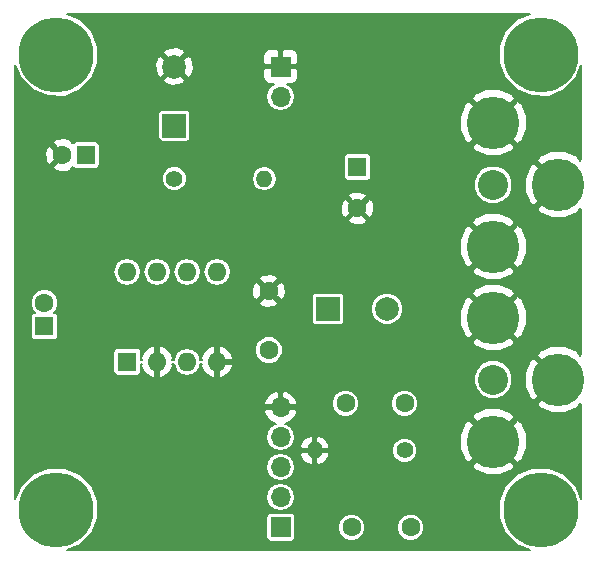
<source format=gbr>
G04 #@! TF.FileFunction,Copper,L2,Bot,Signal*
%FSLAX46Y46*%
G04 Gerber Fmt 4.6, Leading zero omitted, Abs format (unit mm)*
G04 Created by KiCad (PCBNEW (after 2015-mar-04 BZR unknown)-product) date 4/19/2017 3:39:58 PM*
%MOMM*%
G01*
G04 APERTURE LIST*
%ADD10C,0.150000*%
%ADD11R,2.000000X2.000000*%
%ADD12C,2.000000*%
%ADD13R,1.600000X1.600000*%
%ADD14C,1.600000*%
%ADD15C,6.350000*%
%ADD16C,1.400000*%
%ADD17O,1.400000X1.400000*%
%ADD18C,4.445000*%
%ADD19C,2.540000*%
%ADD20O,1.600000X1.600000*%
%ADD21R,1.700000X1.700000*%
%ADD22O,1.700000X1.700000*%
%ADD23C,0.203200*%
G04 APERTURE END LIST*
D10*
D11*
X14020000Y-10012400D03*
D12*
X14020000Y-5012400D03*
D13*
X29520000Y-13512400D03*
D14*
X29520000Y-17012400D03*
D13*
X3020000Y-27012400D03*
D14*
X3020000Y-25012400D03*
D15*
X4020000Y-42512400D03*
X45020000Y-42512400D03*
D16*
X14020000Y-14512400D03*
D17*
X21640000Y-14512400D03*
D11*
X27020000Y-25512400D03*
D12*
X32020000Y-25512400D03*
D18*
X46531800Y-31512400D03*
X41020000Y-26267300D03*
X41020000Y-36757500D03*
D19*
X41020000Y-31512400D03*
D18*
X46531800Y-15012400D03*
X41020000Y-9767300D03*
X41020000Y-20257500D03*
D19*
X41020000Y-15012400D03*
D15*
X45020000Y-4012400D03*
X4020000Y-4012400D03*
D16*
X33520000Y-37512400D03*
D17*
X25900000Y-37512400D03*
D13*
X10020000Y-30012400D03*
D20*
X17640000Y-22392400D03*
X12560000Y-30012400D03*
X15100000Y-22392400D03*
X15100000Y-30012400D03*
X12560000Y-22392400D03*
X17640000Y-30012400D03*
X10020000Y-22392400D03*
D21*
X23020000Y-5012400D03*
D22*
X23020000Y-7552400D03*
D14*
X34020000Y-44012400D03*
X29020000Y-44012400D03*
X28520000Y-33512400D03*
X33520000Y-33512400D03*
D21*
X23020000Y-44012400D03*
D22*
X23020000Y-41472400D03*
X23020000Y-38932400D03*
X23020000Y-36392400D03*
X23020000Y-33852400D03*
D13*
X6520000Y-12512400D03*
D14*
X4520000Y-12512400D03*
X22020000Y-29012400D03*
X22020000Y-24012400D03*
D23*
G36*
X48473900Y-41626091D02*
X48355100Y-41338572D01*
X48014843Y-40515088D01*
X47022536Y-39521048D01*
X45725361Y-38982414D01*
X44320801Y-38981188D01*
X43859464Y-39171808D01*
X43859464Y-37282465D01*
X43844218Y-36155889D01*
X43442428Y-35185880D01*
X43058826Y-34934200D01*
X42843300Y-35149726D01*
X42843300Y-34718674D01*
X42843300Y-28306126D01*
X41020000Y-26482826D01*
X40804474Y-26698352D01*
X40804474Y-26267300D01*
X38981174Y-24444000D01*
X38597572Y-24695680D01*
X38180536Y-25742335D01*
X38195782Y-26868911D01*
X38597572Y-27838920D01*
X38981174Y-28090600D01*
X40804474Y-26267300D01*
X40804474Y-26698352D01*
X39196700Y-28306126D01*
X39448380Y-28689728D01*
X40495035Y-29106764D01*
X41621611Y-29091518D01*
X42591620Y-28689728D01*
X42843300Y-28306126D01*
X42843300Y-34718674D01*
X42645881Y-34417774D01*
X42645881Y-31190467D01*
X42398920Y-30592775D01*
X41942030Y-30135087D01*
X41344770Y-29887083D01*
X40698067Y-29886519D01*
X40100375Y-30133480D01*
X39642687Y-30590370D01*
X39394683Y-31187630D01*
X39394119Y-31834333D01*
X39641080Y-32432025D01*
X40097970Y-32889713D01*
X40695230Y-33137717D01*
X41341933Y-33138281D01*
X41939625Y-32891320D01*
X42397313Y-32434430D01*
X42645317Y-31837170D01*
X42645881Y-31190467D01*
X42645881Y-34417774D01*
X42591620Y-34335072D01*
X41544965Y-33918036D01*
X40418389Y-33933282D01*
X39448380Y-34335072D01*
X39196700Y-34718674D01*
X41020000Y-36541974D01*
X42843300Y-34718674D01*
X42843300Y-35149726D01*
X41235526Y-36757500D01*
X43058826Y-38580800D01*
X43442428Y-38329120D01*
X43859464Y-37282465D01*
X43859464Y-39171808D01*
X43022688Y-39517557D01*
X42843300Y-39696632D01*
X42843300Y-38796326D01*
X41020000Y-36973026D01*
X40804474Y-37188552D01*
X40804474Y-36757500D01*
X38981174Y-34934200D01*
X38597572Y-35185880D01*
X38180536Y-36232535D01*
X38195782Y-37359111D01*
X38597572Y-38329120D01*
X38981174Y-38580800D01*
X40804474Y-36757500D01*
X40804474Y-37188552D01*
X39196700Y-38796326D01*
X39448380Y-39179928D01*
X40495035Y-39596964D01*
X41621611Y-39581718D01*
X42591620Y-39179928D01*
X42843300Y-38796326D01*
X42843300Y-39696632D01*
X42028648Y-40509864D01*
X41490014Y-41807039D01*
X41488788Y-43211599D01*
X42025157Y-44509712D01*
X43017464Y-45503752D01*
X44131403Y-45966300D01*
X35175801Y-45966300D01*
X35175801Y-43783545D01*
X35000242Y-43358660D01*
X34675801Y-43033652D01*
X34675801Y-33283545D01*
X34500242Y-32858660D01*
X34175450Y-32533301D01*
X33750872Y-32357001D01*
X33375835Y-32356673D01*
X33375835Y-25243937D01*
X33169892Y-24745517D01*
X32788888Y-24363848D01*
X32290829Y-24157036D01*
X31751537Y-24156565D01*
X31253117Y-24362508D01*
X30945204Y-24669884D01*
X30945204Y-17197831D01*
X30907679Y-16638314D01*
X30765755Y-16295682D01*
X30682567Y-16268315D01*
X30682567Y-14312400D01*
X30682567Y-12712400D01*
X30656259Y-12576811D01*
X30577977Y-12457641D01*
X30459799Y-12377869D01*
X30320000Y-12349833D01*
X28720000Y-12349833D01*
X28584411Y-12376141D01*
X28465241Y-12454423D01*
X28385469Y-12572601D01*
X28357433Y-12712400D01*
X28357433Y-14312400D01*
X28383741Y-14447989D01*
X28462023Y-14567159D01*
X28580201Y-14646931D01*
X28720000Y-14674967D01*
X30320000Y-14674967D01*
X30455589Y-14648659D01*
X30574759Y-14570377D01*
X30654531Y-14452199D01*
X30682567Y-14312400D01*
X30682567Y-16268315D01*
X30529851Y-16218075D01*
X30314325Y-16433601D01*
X30314325Y-16002549D01*
X30236718Y-15766645D01*
X29705431Y-15587196D01*
X29145914Y-15624721D01*
X28803282Y-15766645D01*
X28725675Y-16002549D01*
X29520000Y-16796874D01*
X30314325Y-16002549D01*
X30314325Y-16433601D01*
X29735526Y-17012400D01*
X30529851Y-17806725D01*
X30765755Y-17729118D01*
X30945204Y-17197831D01*
X30945204Y-24669884D01*
X30871448Y-24743512D01*
X30664636Y-25241571D01*
X30664165Y-25780863D01*
X30870108Y-26279283D01*
X31251112Y-26660952D01*
X31749171Y-26867764D01*
X32288463Y-26868235D01*
X32786883Y-26662292D01*
X33168552Y-26281288D01*
X33375364Y-25783229D01*
X33375835Y-25243937D01*
X33375835Y-32356673D01*
X33291145Y-32356599D01*
X32866260Y-32532158D01*
X32540901Y-32856950D01*
X32364601Y-33281528D01*
X32364199Y-33741255D01*
X32539758Y-34166140D01*
X32864550Y-34491499D01*
X33289128Y-34667799D01*
X33748855Y-34668201D01*
X34173740Y-34492642D01*
X34499099Y-34167850D01*
X34675399Y-33743272D01*
X34675801Y-33283545D01*
X34675801Y-43033652D01*
X34675450Y-43033301D01*
X34575782Y-42991915D01*
X34575782Y-37303349D01*
X34415416Y-36915232D01*
X34118730Y-36618028D01*
X33730893Y-36456984D01*
X33310949Y-36456618D01*
X32922832Y-36616984D01*
X32625628Y-36913670D01*
X32464584Y-37301507D01*
X32464218Y-37721451D01*
X32624584Y-38109568D01*
X32921270Y-38406772D01*
X33309107Y-38567816D01*
X33729051Y-38568182D01*
X34117168Y-38407816D01*
X34414372Y-38111130D01*
X34575416Y-37723293D01*
X34575782Y-37303349D01*
X34575782Y-42991915D01*
X34250872Y-42857001D01*
X33791145Y-42856599D01*
X33366260Y-43032158D01*
X33040901Y-43356950D01*
X32864601Y-43781528D01*
X32864199Y-44241255D01*
X33039758Y-44666140D01*
X33364550Y-44991499D01*
X33789128Y-45167799D01*
X34248855Y-45168201D01*
X34673740Y-44992642D01*
X34999099Y-44667850D01*
X35175399Y-44243272D01*
X35175801Y-43783545D01*
X35175801Y-45966300D01*
X30314325Y-45966300D01*
X30314325Y-18022251D01*
X29520000Y-17227926D01*
X29304474Y-17443452D01*
X29304474Y-17012400D01*
X28510149Y-16218075D01*
X28274245Y-16295682D01*
X28094796Y-16826969D01*
X28132321Y-17386486D01*
X28274245Y-17729118D01*
X28510149Y-17806725D01*
X29304474Y-17012400D01*
X29304474Y-17443452D01*
X28725675Y-18022251D01*
X28803282Y-18258155D01*
X29334569Y-18437604D01*
X29894086Y-18400079D01*
X30236718Y-18258155D01*
X30314325Y-18022251D01*
X30314325Y-45966300D01*
X30175801Y-45966300D01*
X30175801Y-43783545D01*
X30000242Y-43358660D01*
X29675801Y-43033652D01*
X29675801Y-33283545D01*
X29500242Y-32858660D01*
X29175450Y-32533301D01*
X28750872Y-32357001D01*
X28382567Y-32356678D01*
X28382567Y-26512400D01*
X28382567Y-24512400D01*
X28356259Y-24376811D01*
X28277977Y-24257641D01*
X28159799Y-24177869D01*
X28020000Y-24149833D01*
X26020000Y-24149833D01*
X25884411Y-24176141D01*
X25765241Y-24254423D01*
X25685469Y-24372601D01*
X25657433Y-24512400D01*
X25657433Y-26512400D01*
X25683741Y-26647989D01*
X25762023Y-26767159D01*
X25880201Y-26846931D01*
X26020000Y-26874967D01*
X28020000Y-26874967D01*
X28155589Y-26848659D01*
X28274759Y-26770377D01*
X28354531Y-26652199D01*
X28382567Y-26512400D01*
X28382567Y-32356678D01*
X28291145Y-32356599D01*
X27866260Y-32532158D01*
X27540901Y-32856950D01*
X27364601Y-33281528D01*
X27364199Y-33741255D01*
X27539758Y-34166140D01*
X27864550Y-34491499D01*
X28289128Y-34667799D01*
X28748855Y-34668201D01*
X29173740Y-34492642D01*
X29499099Y-34167850D01*
X29675399Y-33743272D01*
X29675801Y-33283545D01*
X29675801Y-43033652D01*
X29675450Y-43033301D01*
X29250872Y-42857001D01*
X28791145Y-42856599D01*
X28366260Y-43032158D01*
X28040901Y-43356950D01*
X27864601Y-43781528D01*
X27864199Y-44241255D01*
X28039758Y-44666140D01*
X28364550Y-44991499D01*
X28789128Y-45167799D01*
X29248855Y-45168201D01*
X29673740Y-44992642D01*
X29999099Y-44667850D01*
X30175399Y-44243272D01*
X30175801Y-43783545D01*
X30175801Y-45966300D01*
X27160848Y-45966300D01*
X27160848Y-37866398D01*
X27160848Y-37158402D01*
X27041879Y-36871153D01*
X26709564Y-36482987D01*
X26254000Y-36251540D01*
X26052400Y-36364085D01*
X26052400Y-37360000D01*
X27047121Y-37360000D01*
X27160848Y-37158402D01*
X27160848Y-37866398D01*
X27047121Y-37664800D01*
X26052400Y-37664800D01*
X26052400Y-38660715D01*
X26254000Y-38773260D01*
X26709564Y-38541813D01*
X27041879Y-38153647D01*
X27160848Y-37866398D01*
X27160848Y-45966300D01*
X25747600Y-45966300D01*
X25747600Y-38660715D01*
X25747600Y-37664800D01*
X25747600Y-37360000D01*
X25747600Y-36364085D01*
X25546000Y-36251540D01*
X25090436Y-36482987D01*
X24758121Y-36871153D01*
X24639152Y-37158402D01*
X24752879Y-37360000D01*
X25747600Y-37360000D01*
X25747600Y-37664800D01*
X24752879Y-37664800D01*
X24639152Y-37866398D01*
X24758121Y-38153647D01*
X25090436Y-38541813D01*
X25546000Y-38773260D01*
X25747600Y-38660715D01*
X25747600Y-45966300D01*
X24479600Y-45966300D01*
X24479600Y-5983657D01*
X24479600Y-5741143D01*
X24479600Y-5317200D01*
X24479600Y-4707600D01*
X24479600Y-4283657D01*
X24479600Y-4041143D01*
X24386794Y-3817089D01*
X24215311Y-3645606D01*
X23991257Y-3552800D01*
X23324800Y-3552800D01*
X23172400Y-3705200D01*
X23172400Y-4860000D01*
X24327200Y-4860000D01*
X24479600Y-4707600D01*
X24479600Y-5317200D01*
X24327200Y-5164800D01*
X23172400Y-5164800D01*
X23172400Y-5184800D01*
X22867600Y-5184800D01*
X22867600Y-5164800D01*
X22867600Y-4860000D01*
X22867600Y-3705200D01*
X22715200Y-3552800D01*
X22048743Y-3552800D01*
X21824689Y-3645606D01*
X21653206Y-3817089D01*
X21560400Y-4041143D01*
X21560400Y-4283657D01*
X21560400Y-4707600D01*
X21712800Y-4860000D01*
X22867600Y-4860000D01*
X22867600Y-5164800D01*
X21712800Y-5164800D01*
X21560400Y-5317200D01*
X21560400Y-5741143D01*
X21560400Y-5983657D01*
X21653206Y-6207711D01*
X21824689Y-6379194D01*
X22048743Y-6472000D01*
X22484987Y-6472000D01*
X22143893Y-6699912D01*
X21882552Y-7091037D01*
X21790781Y-7552400D01*
X21882552Y-8013763D01*
X22143893Y-8404888D01*
X22535018Y-8666229D01*
X22996381Y-8758000D01*
X23043619Y-8758000D01*
X23504982Y-8666229D01*
X23896107Y-8404888D01*
X24157448Y-8013763D01*
X24249219Y-7552400D01*
X24157448Y-7091037D01*
X23896107Y-6699912D01*
X23555012Y-6472000D01*
X23991257Y-6472000D01*
X24215311Y-6379194D01*
X24386794Y-6207711D01*
X24479600Y-5983657D01*
X24479600Y-45966300D01*
X24429910Y-45966300D01*
X24429910Y-34230007D01*
X24429910Y-33474793D01*
X24283975Y-33122446D01*
X23908419Y-32694308D01*
X23445204Y-32465943D01*
X23445204Y-24197831D01*
X23407679Y-23638314D01*
X23265755Y-23295682D01*
X23029851Y-23218075D01*
X22814325Y-23433601D01*
X22814325Y-23002549D01*
X22736718Y-22766645D01*
X22716280Y-22759741D01*
X22716280Y-14512400D01*
X22635927Y-14108439D01*
X22407102Y-13765978D01*
X22064641Y-13537153D01*
X21660680Y-13456800D01*
X21619320Y-13456800D01*
X21215359Y-13537153D01*
X20872898Y-13765978D01*
X20644073Y-14108439D01*
X20563720Y-14512400D01*
X20644073Y-14916361D01*
X20872898Y-15258822D01*
X21215359Y-15487647D01*
X21619320Y-15568000D01*
X21660680Y-15568000D01*
X22064641Y-15487647D01*
X22407102Y-15258822D01*
X22635927Y-14916361D01*
X22716280Y-14512400D01*
X22716280Y-22759741D01*
X22205431Y-22587196D01*
X21645914Y-22624721D01*
X21303282Y-22766645D01*
X21225675Y-23002549D01*
X22020000Y-23796874D01*
X22814325Y-23002549D01*
X22814325Y-23433601D01*
X22235526Y-24012400D01*
X23029851Y-24806725D01*
X23265755Y-24729118D01*
X23445204Y-24197831D01*
X23445204Y-32465943D01*
X23397609Y-32442479D01*
X23175801Y-32551494D01*
X23175801Y-28783545D01*
X23000242Y-28358660D01*
X22814325Y-28172418D01*
X22814325Y-25022251D01*
X22020000Y-24227926D01*
X21804474Y-24443452D01*
X21804474Y-24012400D01*
X21010149Y-23218075D01*
X20774245Y-23295682D01*
X20594796Y-23826969D01*
X20632321Y-24386486D01*
X20774245Y-24729118D01*
X21010149Y-24806725D01*
X21804474Y-24012400D01*
X21804474Y-24443452D01*
X21225675Y-25022251D01*
X21303282Y-25258155D01*
X21834569Y-25437604D01*
X22394086Y-25400079D01*
X22736718Y-25258155D01*
X22814325Y-25022251D01*
X22814325Y-28172418D01*
X22675450Y-28033301D01*
X22250872Y-27857001D01*
X21791145Y-27856599D01*
X21366260Y-28032158D01*
X21040901Y-28356950D01*
X20864601Y-28781528D01*
X20864199Y-29241255D01*
X21039758Y-29666140D01*
X21364550Y-29991499D01*
X21789128Y-30167799D01*
X22248855Y-30168201D01*
X22673740Y-29992642D01*
X22999099Y-29667850D01*
X23175399Y-29243272D01*
X23175801Y-28783545D01*
X23175801Y-32551494D01*
X23172400Y-32553166D01*
X23172400Y-33700000D01*
X24318286Y-33700000D01*
X24429910Y-33474793D01*
X24429910Y-34230007D01*
X24318286Y-34004800D01*
X23172400Y-34004800D01*
X23172400Y-34024800D01*
X22867600Y-34024800D01*
X22867600Y-34004800D01*
X22867600Y-33700000D01*
X22867600Y-32553166D01*
X22642391Y-32442479D01*
X22131581Y-32694308D01*
X21756025Y-33122446D01*
X21610090Y-33474793D01*
X21721714Y-33700000D01*
X22867600Y-33700000D01*
X22867600Y-34004800D01*
X21721714Y-34004800D01*
X21610090Y-34230007D01*
X21756025Y-34582354D01*
X22131581Y-35010492D01*
X22635008Y-35258681D01*
X22535018Y-35278571D01*
X22143893Y-35539912D01*
X21882552Y-35931037D01*
X21790781Y-36392400D01*
X21882552Y-36853763D01*
X22143893Y-37244888D01*
X22535018Y-37506229D01*
X22996381Y-37598000D01*
X23043619Y-37598000D01*
X23504982Y-37506229D01*
X23896107Y-37244888D01*
X24157448Y-36853763D01*
X24249219Y-36392400D01*
X24157448Y-35931037D01*
X23896107Y-35539912D01*
X23504982Y-35278571D01*
X23404991Y-35258681D01*
X23908419Y-35010492D01*
X24283975Y-34582354D01*
X24429910Y-34230007D01*
X24429910Y-45966300D01*
X24249219Y-45966300D01*
X24249219Y-41472400D01*
X24249219Y-38932400D01*
X24157448Y-38471037D01*
X23896107Y-38079912D01*
X23504982Y-37818571D01*
X23043619Y-37726800D01*
X22996381Y-37726800D01*
X22535018Y-37818571D01*
X22143893Y-38079912D01*
X21882552Y-38471037D01*
X21790781Y-38932400D01*
X21882552Y-39393763D01*
X22143893Y-39784888D01*
X22535018Y-40046229D01*
X22996381Y-40138000D01*
X23043619Y-40138000D01*
X23504982Y-40046229D01*
X23896107Y-39784888D01*
X24157448Y-39393763D01*
X24249219Y-38932400D01*
X24249219Y-41472400D01*
X24157448Y-41011037D01*
X23896107Y-40619912D01*
X23504982Y-40358571D01*
X23043619Y-40266800D01*
X22996381Y-40266800D01*
X22535018Y-40358571D01*
X22143893Y-40619912D01*
X21882552Y-41011037D01*
X21790781Y-41472400D01*
X21882552Y-41933763D01*
X22143893Y-42324888D01*
X22535018Y-42586229D01*
X22996381Y-42678000D01*
X23043619Y-42678000D01*
X23504982Y-42586229D01*
X23896107Y-42324888D01*
X24157448Y-41933763D01*
X24249219Y-41472400D01*
X24249219Y-45966300D01*
X24232567Y-45966300D01*
X24232567Y-44862400D01*
X24232567Y-43162400D01*
X24206259Y-43026811D01*
X24127977Y-42907641D01*
X24009799Y-42827869D01*
X23870000Y-42799833D01*
X22170000Y-42799833D01*
X22034411Y-42826141D01*
X21915241Y-42904423D01*
X21835469Y-43022601D01*
X21807433Y-43162400D01*
X21807433Y-44862400D01*
X21833741Y-44997989D01*
X21912023Y-45117159D01*
X22030201Y-45196931D01*
X22170000Y-45224967D01*
X23870000Y-45224967D01*
X24005589Y-45198659D01*
X24124759Y-45120377D01*
X24204531Y-45002199D01*
X24232567Y-44862400D01*
X24232567Y-45966300D01*
X19000256Y-45966300D01*
X19000256Y-30382143D01*
X19000256Y-29642657D01*
X18795600Y-29231402D01*
X18795600Y-22415040D01*
X18795600Y-22369760D01*
X18707635Y-21927531D01*
X18457133Y-21552627D01*
X18082229Y-21302125D01*
X17640000Y-21214160D01*
X17197771Y-21302125D01*
X16822867Y-21552627D01*
X16572365Y-21927531D01*
X16484400Y-22369760D01*
X16484400Y-22415040D01*
X16572365Y-22857269D01*
X16822867Y-23232173D01*
X17197771Y-23482675D01*
X17640000Y-23570640D01*
X18082229Y-23482675D01*
X18457133Y-23232173D01*
X18707635Y-22857269D01*
X18795600Y-22415040D01*
X18795600Y-29231402D01*
X18755218Y-29150255D01*
X18340398Y-28789106D01*
X18009741Y-28652156D01*
X17792400Y-28764471D01*
X17792400Y-29860000D01*
X18888950Y-29860000D01*
X19000256Y-29642657D01*
X19000256Y-30382143D01*
X18888950Y-30164800D01*
X17792400Y-30164800D01*
X17792400Y-31260329D01*
X18009741Y-31372644D01*
X18340398Y-31235694D01*
X18755218Y-30874545D01*
X19000256Y-30382143D01*
X19000256Y-45966300D01*
X17487600Y-45966300D01*
X17487600Y-31260329D01*
X17487600Y-30164800D01*
X17467600Y-30164800D01*
X17467600Y-29860000D01*
X17487600Y-29860000D01*
X17487600Y-28764471D01*
X17270259Y-28652156D01*
X16939602Y-28789106D01*
X16524782Y-29150255D01*
X16279744Y-29642657D01*
X16391048Y-29859998D01*
X16255600Y-29859998D01*
X16255600Y-22415040D01*
X16255600Y-22369760D01*
X16167635Y-21927531D01*
X15917133Y-21552627D01*
X15644471Y-21370440D01*
X15644471Y-5245671D01*
X15610084Y-4606256D01*
X15431547Y-4175227D01*
X15174927Y-4072999D01*
X14959401Y-4288525D01*
X14959401Y-3857473D01*
X14857173Y-3600853D01*
X14253271Y-3387929D01*
X13613856Y-3422316D01*
X13182827Y-3600853D01*
X13080599Y-3857473D01*
X14020000Y-4796874D01*
X14959401Y-3857473D01*
X14959401Y-4288525D01*
X14235526Y-5012400D01*
X15174927Y-5951801D01*
X15431547Y-5849573D01*
X15644471Y-5245671D01*
X15644471Y-21370440D01*
X15542229Y-21302125D01*
X15382567Y-21270366D01*
X15382567Y-11012400D01*
X15382567Y-9012400D01*
X15356259Y-8876811D01*
X15277977Y-8757641D01*
X15159799Y-8677869D01*
X15020000Y-8649833D01*
X14959401Y-8649833D01*
X14959401Y-6167327D01*
X14020000Y-5227926D01*
X13804474Y-5443452D01*
X13804474Y-5012400D01*
X12865073Y-4072999D01*
X12608453Y-4175227D01*
X12395529Y-4779129D01*
X12429916Y-5418544D01*
X12608453Y-5849573D01*
X12865073Y-5951801D01*
X13804474Y-5012400D01*
X13804474Y-5443452D01*
X13080599Y-6167327D01*
X13182827Y-6423947D01*
X13786729Y-6636871D01*
X14426144Y-6602484D01*
X14857173Y-6423947D01*
X14959401Y-6167327D01*
X14959401Y-8649833D01*
X13020000Y-8649833D01*
X12884411Y-8676141D01*
X12765241Y-8754423D01*
X12685469Y-8872601D01*
X12657433Y-9012400D01*
X12657433Y-11012400D01*
X12683741Y-11147989D01*
X12762023Y-11267159D01*
X12880201Y-11346931D01*
X13020000Y-11374967D01*
X15020000Y-11374967D01*
X15155589Y-11348659D01*
X15274759Y-11270377D01*
X15354531Y-11152199D01*
X15382567Y-11012400D01*
X15382567Y-21270366D01*
X15100000Y-21214160D01*
X15075782Y-21218977D01*
X15075782Y-14303349D01*
X14915416Y-13915232D01*
X14618730Y-13618028D01*
X14230893Y-13456984D01*
X13810949Y-13456618D01*
X13422832Y-13616984D01*
X13125628Y-13913670D01*
X12964584Y-14301507D01*
X12964218Y-14721451D01*
X13124584Y-15109568D01*
X13421270Y-15406772D01*
X13809107Y-15567816D01*
X14229051Y-15568182D01*
X14617168Y-15407816D01*
X14914372Y-15111130D01*
X15075416Y-14723293D01*
X15075782Y-14303349D01*
X15075782Y-21218977D01*
X14657771Y-21302125D01*
X14282867Y-21552627D01*
X14032365Y-21927531D01*
X13944400Y-22369760D01*
X13944400Y-22415040D01*
X14032365Y-22857269D01*
X14282867Y-23232173D01*
X14657771Y-23482675D01*
X15100000Y-23570640D01*
X15542229Y-23482675D01*
X15917133Y-23232173D01*
X16167635Y-22857269D01*
X16255600Y-22415040D01*
X16255600Y-29859998D01*
X16230400Y-29859998D01*
X16230400Y-29863071D01*
X16167635Y-29547531D01*
X15917133Y-29172627D01*
X15542229Y-28922125D01*
X15100000Y-28834160D01*
X14657771Y-28922125D01*
X14282867Y-29172627D01*
X14032365Y-29547531D01*
X13969600Y-29863071D01*
X13969600Y-29859998D01*
X13920256Y-29859998D01*
X13808951Y-29859998D01*
X13920256Y-29642657D01*
X13715600Y-29231402D01*
X13715600Y-22415040D01*
X13715600Y-22369760D01*
X13627635Y-21927531D01*
X13377133Y-21552627D01*
X13002229Y-21302125D01*
X12560000Y-21214160D01*
X12117771Y-21302125D01*
X11742867Y-21552627D01*
X11492365Y-21927531D01*
X11404400Y-22369760D01*
X11404400Y-22415040D01*
X11492365Y-22857269D01*
X11742867Y-23232173D01*
X12117771Y-23482675D01*
X12560000Y-23570640D01*
X13002229Y-23482675D01*
X13377133Y-23232173D01*
X13627635Y-22857269D01*
X13715600Y-22415040D01*
X13715600Y-29231402D01*
X13675218Y-29150255D01*
X13260398Y-28789106D01*
X12929741Y-28652156D01*
X12712400Y-28764471D01*
X12712400Y-29860000D01*
X12732400Y-29860000D01*
X12732400Y-30164800D01*
X12712400Y-30164800D01*
X12712400Y-31260329D01*
X12929741Y-31372644D01*
X13260398Y-31235694D01*
X13675218Y-30874545D01*
X13920256Y-30382143D01*
X13808951Y-30164802D01*
X13920256Y-30164802D01*
X13969600Y-30164802D01*
X13969600Y-30161728D01*
X14032365Y-30477269D01*
X14282867Y-30852173D01*
X14657771Y-31102675D01*
X15100000Y-31190640D01*
X15542229Y-31102675D01*
X15917133Y-30852173D01*
X16167635Y-30477269D01*
X16230400Y-30161728D01*
X16230400Y-30164802D01*
X16255600Y-30164802D01*
X16391048Y-30164802D01*
X16279744Y-30382143D01*
X16524782Y-30874545D01*
X16939602Y-31235694D01*
X17270259Y-31372644D01*
X17487600Y-31260329D01*
X17487600Y-45966300D01*
X16255600Y-45966300D01*
X13920256Y-45966300D01*
X12407600Y-45966300D01*
X12407600Y-31260329D01*
X12407600Y-30164800D01*
X12387600Y-30164800D01*
X12387600Y-29860000D01*
X12407600Y-29860000D01*
X12407600Y-28764471D01*
X12190259Y-28652156D01*
X11859602Y-28789106D01*
X11444782Y-29150255D01*
X11199744Y-29642657D01*
X11311048Y-29859998D01*
X11182567Y-29859998D01*
X11182567Y-29212400D01*
X11175600Y-29176492D01*
X11175600Y-22415040D01*
X11175600Y-22369760D01*
X11087635Y-21927531D01*
X10837133Y-21552627D01*
X10462229Y-21302125D01*
X10020000Y-21214160D01*
X9577771Y-21302125D01*
X9202867Y-21552627D01*
X8952365Y-21927531D01*
X8864400Y-22369760D01*
X8864400Y-22415040D01*
X8952365Y-22857269D01*
X9202867Y-23232173D01*
X9577771Y-23482675D01*
X10020000Y-23570640D01*
X10462229Y-23482675D01*
X10837133Y-23232173D01*
X11087635Y-22857269D01*
X11175600Y-22415040D01*
X11175600Y-29176492D01*
X11156259Y-29076811D01*
X11077977Y-28957641D01*
X10959799Y-28877869D01*
X10820000Y-28849833D01*
X9220000Y-28849833D01*
X9084411Y-28876141D01*
X8965241Y-28954423D01*
X8885469Y-29072601D01*
X8857433Y-29212400D01*
X8857433Y-30812400D01*
X8883741Y-30947989D01*
X8962023Y-31067159D01*
X9080201Y-31146931D01*
X9220000Y-31174967D01*
X10820000Y-31174967D01*
X10955589Y-31148659D01*
X11074759Y-31070377D01*
X11154531Y-30952199D01*
X11182567Y-30812400D01*
X11182567Y-30164802D01*
X11311048Y-30164802D01*
X11199744Y-30382143D01*
X11444782Y-30874545D01*
X11859602Y-31235694D01*
X12190259Y-31372644D01*
X12407600Y-31260329D01*
X12407600Y-45966300D01*
X11182567Y-45966300D01*
X7682567Y-45966300D01*
X7682567Y-13312400D01*
X7682567Y-11712400D01*
X7656259Y-11576811D01*
X7577977Y-11457641D01*
X7459799Y-11377869D01*
X7320000Y-11349833D01*
X5720000Y-11349833D01*
X5584411Y-11376141D01*
X5481232Y-11443917D01*
X5427093Y-11389778D01*
X5314324Y-11502546D01*
X5236718Y-11266645D01*
X4705431Y-11087196D01*
X4145914Y-11124721D01*
X3803282Y-11266645D01*
X3725675Y-11502549D01*
X4520000Y-12296874D01*
X4534142Y-12282731D01*
X4749668Y-12498257D01*
X4735526Y-12512400D01*
X4749668Y-12526542D01*
X4534142Y-12742068D01*
X4520000Y-12727926D01*
X4304474Y-12943452D01*
X4304474Y-12512400D01*
X3510149Y-11718075D01*
X3274245Y-11795682D01*
X3094796Y-12326969D01*
X3132321Y-12886486D01*
X3274245Y-13229118D01*
X3510149Y-13306725D01*
X4304474Y-12512400D01*
X4304474Y-12943452D01*
X3725675Y-13522251D01*
X3803282Y-13758155D01*
X4334569Y-13937604D01*
X4894086Y-13900079D01*
X5236718Y-13758155D01*
X5314324Y-13522253D01*
X5314325Y-13522254D01*
X5427093Y-13635022D01*
X5481684Y-13580430D01*
X5580201Y-13646931D01*
X5720000Y-13674967D01*
X7320000Y-13674967D01*
X7455589Y-13648659D01*
X7574759Y-13570377D01*
X7654531Y-13452199D01*
X7682567Y-13312400D01*
X7682567Y-45966300D01*
X4906308Y-45966300D01*
X6017312Y-45507243D01*
X7011352Y-44514936D01*
X7549986Y-43217761D01*
X7551212Y-41813201D01*
X7014843Y-40515088D01*
X6022536Y-39521048D01*
X5314325Y-39226973D01*
X4725361Y-38982414D01*
X4182567Y-38981940D01*
X4182567Y-27812400D01*
X4182567Y-26212400D01*
X4156259Y-26076811D01*
X4077977Y-25957641D01*
X3959799Y-25877869D01*
X3820000Y-25849833D01*
X3816798Y-25849833D01*
X3999099Y-25667850D01*
X4175399Y-25243272D01*
X4175801Y-24783545D01*
X4000242Y-24358660D01*
X3675450Y-24033301D01*
X3250872Y-23857001D01*
X2791145Y-23856599D01*
X2366260Y-24032158D01*
X2040901Y-24356950D01*
X1864601Y-24781528D01*
X1864199Y-25241255D01*
X2039758Y-25666140D01*
X2223130Y-25849833D01*
X2220000Y-25849833D01*
X2084411Y-25876141D01*
X1965241Y-25954423D01*
X1885469Y-26072601D01*
X1857433Y-26212400D01*
X1857433Y-27812400D01*
X1883741Y-27947989D01*
X1962023Y-28067159D01*
X2080201Y-28146931D01*
X2220000Y-28174967D01*
X3820000Y-28174967D01*
X3955589Y-28148659D01*
X4074759Y-28070377D01*
X4154531Y-27952199D01*
X4182567Y-27812400D01*
X4182567Y-38981940D01*
X3320801Y-38981188D01*
X2022688Y-39517557D01*
X1028648Y-40509864D01*
X566100Y-41623803D01*
X566100Y-4898708D01*
X1025157Y-6009712D01*
X2017464Y-7003752D01*
X3314639Y-7542386D01*
X4719199Y-7543612D01*
X6017312Y-7007243D01*
X7011352Y-6014936D01*
X7549986Y-4717761D01*
X7551212Y-3313201D01*
X7014843Y-2015088D01*
X6022536Y-1021048D01*
X4908596Y-558500D01*
X44133691Y-558500D01*
X43022688Y-1017557D01*
X42028648Y-2009864D01*
X41490014Y-3307039D01*
X41488788Y-4711599D01*
X42025157Y-6009712D01*
X43017464Y-7003752D01*
X44314639Y-7542386D01*
X45719199Y-7543612D01*
X47017312Y-7007243D01*
X48011352Y-6014936D01*
X48473900Y-4900996D01*
X48473900Y-12873653D01*
X48464459Y-12864212D01*
X48355098Y-12973572D01*
X48103420Y-12589972D01*
X47056765Y-12172936D01*
X45930189Y-12188182D01*
X44960180Y-12589972D01*
X44708500Y-12973574D01*
X46531800Y-14796874D01*
X46545942Y-14782731D01*
X46761468Y-14998257D01*
X46747326Y-15012400D01*
X46761468Y-15026542D01*
X46545942Y-15242068D01*
X46531800Y-15227926D01*
X46316274Y-15443452D01*
X46316274Y-15012400D01*
X44492974Y-13189100D01*
X44109372Y-13440780D01*
X43859464Y-14067985D01*
X43859464Y-10292265D01*
X43844218Y-9165689D01*
X43442428Y-8195680D01*
X43058826Y-7944000D01*
X42843300Y-8159526D01*
X42843300Y-7728474D01*
X42591620Y-7344872D01*
X41544965Y-6927836D01*
X40418389Y-6943082D01*
X39448380Y-7344872D01*
X39196700Y-7728474D01*
X41020000Y-9551774D01*
X42843300Y-7728474D01*
X42843300Y-8159526D01*
X41235526Y-9767300D01*
X43058826Y-11590600D01*
X43442428Y-11338920D01*
X43859464Y-10292265D01*
X43859464Y-14067985D01*
X43692336Y-14487435D01*
X43707582Y-15614011D01*
X44109372Y-16584020D01*
X44492974Y-16835700D01*
X46316274Y-15012400D01*
X46316274Y-15443452D01*
X44708500Y-17051226D01*
X44960180Y-17434828D01*
X46006835Y-17851864D01*
X47133411Y-17836618D01*
X48103420Y-17434828D01*
X48355098Y-17051227D01*
X48355100Y-17051229D01*
X48464459Y-17160588D01*
X48473900Y-17151147D01*
X48473900Y-29373653D01*
X48464459Y-29364212D01*
X48355100Y-29473571D01*
X48355098Y-29473572D01*
X48103420Y-29089972D01*
X47056765Y-28672936D01*
X45930189Y-28688182D01*
X44960180Y-29089972D01*
X44708500Y-29473574D01*
X46531800Y-31296874D01*
X46545942Y-31282731D01*
X46761468Y-31498257D01*
X46747326Y-31512400D01*
X46761468Y-31526542D01*
X46545942Y-31742068D01*
X46531800Y-31727926D01*
X46316274Y-31943452D01*
X46316274Y-31512400D01*
X44492974Y-29689100D01*
X44109372Y-29940780D01*
X43859464Y-30567985D01*
X43859464Y-26792265D01*
X43859464Y-20782465D01*
X43844218Y-19655889D01*
X43442428Y-18685880D01*
X43058826Y-18434200D01*
X42843300Y-18649726D01*
X42843300Y-18218674D01*
X42843300Y-11806126D01*
X41020000Y-9982826D01*
X40804474Y-10198352D01*
X40804474Y-9767300D01*
X38981174Y-7944000D01*
X38597572Y-8195680D01*
X38180536Y-9242335D01*
X38195782Y-10368911D01*
X38597572Y-11338920D01*
X38981174Y-11590600D01*
X40804474Y-9767300D01*
X40804474Y-10198352D01*
X39196700Y-11806126D01*
X39448380Y-12189728D01*
X40495035Y-12606764D01*
X41621611Y-12591518D01*
X42591620Y-12189728D01*
X42843300Y-11806126D01*
X42843300Y-18218674D01*
X42645881Y-17917774D01*
X42645881Y-14690467D01*
X42398920Y-14092775D01*
X41942030Y-13635087D01*
X41344770Y-13387083D01*
X40698067Y-13386519D01*
X40100375Y-13633480D01*
X39642687Y-14090370D01*
X39394683Y-14687630D01*
X39394119Y-15334333D01*
X39641080Y-15932025D01*
X40097970Y-16389713D01*
X40695230Y-16637717D01*
X41341933Y-16638281D01*
X41939625Y-16391320D01*
X42397313Y-15934430D01*
X42645317Y-15337170D01*
X42645881Y-14690467D01*
X42645881Y-17917774D01*
X42591620Y-17835072D01*
X41544965Y-17418036D01*
X40418389Y-17433282D01*
X39448380Y-17835072D01*
X39196700Y-18218674D01*
X41020000Y-20041974D01*
X42843300Y-18218674D01*
X42843300Y-18649726D01*
X41235526Y-20257500D01*
X43058826Y-22080800D01*
X43442428Y-21829120D01*
X43859464Y-20782465D01*
X43859464Y-26792265D01*
X43844218Y-25665689D01*
X43442428Y-24695680D01*
X43058826Y-24444000D01*
X42843300Y-24659526D01*
X42843300Y-24228474D01*
X42843300Y-22296326D01*
X41020000Y-20473026D01*
X40804474Y-20688552D01*
X40804474Y-20257500D01*
X38981174Y-18434200D01*
X38597572Y-18685880D01*
X38180536Y-19732535D01*
X38195782Y-20859111D01*
X38597572Y-21829120D01*
X38981174Y-22080800D01*
X40804474Y-20257500D01*
X40804474Y-20688552D01*
X39196700Y-22296326D01*
X39448380Y-22679928D01*
X40495035Y-23096964D01*
X41621611Y-23081718D01*
X42591620Y-22679928D01*
X42843300Y-22296326D01*
X42843300Y-24228474D01*
X42591620Y-23844872D01*
X41544965Y-23427836D01*
X40418389Y-23443082D01*
X39448380Y-23844872D01*
X39196700Y-24228474D01*
X41020000Y-26051774D01*
X42843300Y-24228474D01*
X42843300Y-24659526D01*
X41235526Y-26267300D01*
X43058826Y-28090600D01*
X43442428Y-27838920D01*
X43859464Y-26792265D01*
X43859464Y-30567985D01*
X43692336Y-30987435D01*
X43707582Y-32114011D01*
X44109372Y-33084020D01*
X44492974Y-33335700D01*
X46316274Y-31512400D01*
X46316274Y-31943452D01*
X44708500Y-33551226D01*
X44960180Y-33934828D01*
X46006835Y-34351864D01*
X47133411Y-34336618D01*
X48103420Y-33934828D01*
X48355098Y-33551227D01*
X48355100Y-33551229D01*
X48464459Y-33660588D01*
X48473900Y-33651147D01*
X48473900Y-41626091D01*
X48473900Y-41626091D01*
G37*
X48473900Y-41626091D02*
X48355100Y-41338572D01*
X48014843Y-40515088D01*
X47022536Y-39521048D01*
X45725361Y-38982414D01*
X44320801Y-38981188D01*
X43859464Y-39171808D01*
X43859464Y-37282465D01*
X43844218Y-36155889D01*
X43442428Y-35185880D01*
X43058826Y-34934200D01*
X42843300Y-35149726D01*
X42843300Y-34718674D01*
X42843300Y-28306126D01*
X41020000Y-26482826D01*
X40804474Y-26698352D01*
X40804474Y-26267300D01*
X38981174Y-24444000D01*
X38597572Y-24695680D01*
X38180536Y-25742335D01*
X38195782Y-26868911D01*
X38597572Y-27838920D01*
X38981174Y-28090600D01*
X40804474Y-26267300D01*
X40804474Y-26698352D01*
X39196700Y-28306126D01*
X39448380Y-28689728D01*
X40495035Y-29106764D01*
X41621611Y-29091518D01*
X42591620Y-28689728D01*
X42843300Y-28306126D01*
X42843300Y-34718674D01*
X42645881Y-34417774D01*
X42645881Y-31190467D01*
X42398920Y-30592775D01*
X41942030Y-30135087D01*
X41344770Y-29887083D01*
X40698067Y-29886519D01*
X40100375Y-30133480D01*
X39642687Y-30590370D01*
X39394683Y-31187630D01*
X39394119Y-31834333D01*
X39641080Y-32432025D01*
X40097970Y-32889713D01*
X40695230Y-33137717D01*
X41341933Y-33138281D01*
X41939625Y-32891320D01*
X42397313Y-32434430D01*
X42645317Y-31837170D01*
X42645881Y-31190467D01*
X42645881Y-34417774D01*
X42591620Y-34335072D01*
X41544965Y-33918036D01*
X40418389Y-33933282D01*
X39448380Y-34335072D01*
X39196700Y-34718674D01*
X41020000Y-36541974D01*
X42843300Y-34718674D01*
X42843300Y-35149726D01*
X41235526Y-36757500D01*
X43058826Y-38580800D01*
X43442428Y-38329120D01*
X43859464Y-37282465D01*
X43859464Y-39171808D01*
X43022688Y-39517557D01*
X42843300Y-39696632D01*
X42843300Y-38796326D01*
X41020000Y-36973026D01*
X40804474Y-37188552D01*
X40804474Y-36757500D01*
X38981174Y-34934200D01*
X38597572Y-35185880D01*
X38180536Y-36232535D01*
X38195782Y-37359111D01*
X38597572Y-38329120D01*
X38981174Y-38580800D01*
X40804474Y-36757500D01*
X40804474Y-37188552D01*
X39196700Y-38796326D01*
X39448380Y-39179928D01*
X40495035Y-39596964D01*
X41621611Y-39581718D01*
X42591620Y-39179928D01*
X42843300Y-38796326D01*
X42843300Y-39696632D01*
X42028648Y-40509864D01*
X41490014Y-41807039D01*
X41488788Y-43211599D01*
X42025157Y-44509712D01*
X43017464Y-45503752D01*
X44131403Y-45966300D01*
X35175801Y-45966300D01*
X35175801Y-43783545D01*
X35000242Y-43358660D01*
X34675801Y-43033652D01*
X34675801Y-33283545D01*
X34500242Y-32858660D01*
X34175450Y-32533301D01*
X33750872Y-32357001D01*
X33375835Y-32356673D01*
X33375835Y-25243937D01*
X33169892Y-24745517D01*
X32788888Y-24363848D01*
X32290829Y-24157036D01*
X31751537Y-24156565D01*
X31253117Y-24362508D01*
X30945204Y-24669884D01*
X30945204Y-17197831D01*
X30907679Y-16638314D01*
X30765755Y-16295682D01*
X30682567Y-16268315D01*
X30682567Y-14312400D01*
X30682567Y-12712400D01*
X30656259Y-12576811D01*
X30577977Y-12457641D01*
X30459799Y-12377869D01*
X30320000Y-12349833D01*
X28720000Y-12349833D01*
X28584411Y-12376141D01*
X28465241Y-12454423D01*
X28385469Y-12572601D01*
X28357433Y-12712400D01*
X28357433Y-14312400D01*
X28383741Y-14447989D01*
X28462023Y-14567159D01*
X28580201Y-14646931D01*
X28720000Y-14674967D01*
X30320000Y-14674967D01*
X30455589Y-14648659D01*
X30574759Y-14570377D01*
X30654531Y-14452199D01*
X30682567Y-14312400D01*
X30682567Y-16268315D01*
X30529851Y-16218075D01*
X30314325Y-16433601D01*
X30314325Y-16002549D01*
X30236718Y-15766645D01*
X29705431Y-15587196D01*
X29145914Y-15624721D01*
X28803282Y-15766645D01*
X28725675Y-16002549D01*
X29520000Y-16796874D01*
X30314325Y-16002549D01*
X30314325Y-16433601D01*
X29735526Y-17012400D01*
X30529851Y-17806725D01*
X30765755Y-17729118D01*
X30945204Y-17197831D01*
X30945204Y-24669884D01*
X30871448Y-24743512D01*
X30664636Y-25241571D01*
X30664165Y-25780863D01*
X30870108Y-26279283D01*
X31251112Y-26660952D01*
X31749171Y-26867764D01*
X32288463Y-26868235D01*
X32786883Y-26662292D01*
X33168552Y-26281288D01*
X33375364Y-25783229D01*
X33375835Y-25243937D01*
X33375835Y-32356673D01*
X33291145Y-32356599D01*
X32866260Y-32532158D01*
X32540901Y-32856950D01*
X32364601Y-33281528D01*
X32364199Y-33741255D01*
X32539758Y-34166140D01*
X32864550Y-34491499D01*
X33289128Y-34667799D01*
X33748855Y-34668201D01*
X34173740Y-34492642D01*
X34499099Y-34167850D01*
X34675399Y-33743272D01*
X34675801Y-33283545D01*
X34675801Y-43033652D01*
X34675450Y-43033301D01*
X34575782Y-42991915D01*
X34575782Y-37303349D01*
X34415416Y-36915232D01*
X34118730Y-36618028D01*
X33730893Y-36456984D01*
X33310949Y-36456618D01*
X32922832Y-36616984D01*
X32625628Y-36913670D01*
X32464584Y-37301507D01*
X32464218Y-37721451D01*
X32624584Y-38109568D01*
X32921270Y-38406772D01*
X33309107Y-38567816D01*
X33729051Y-38568182D01*
X34117168Y-38407816D01*
X34414372Y-38111130D01*
X34575416Y-37723293D01*
X34575782Y-37303349D01*
X34575782Y-42991915D01*
X34250872Y-42857001D01*
X33791145Y-42856599D01*
X33366260Y-43032158D01*
X33040901Y-43356950D01*
X32864601Y-43781528D01*
X32864199Y-44241255D01*
X33039758Y-44666140D01*
X33364550Y-44991499D01*
X33789128Y-45167799D01*
X34248855Y-45168201D01*
X34673740Y-44992642D01*
X34999099Y-44667850D01*
X35175399Y-44243272D01*
X35175801Y-43783545D01*
X35175801Y-45966300D01*
X30314325Y-45966300D01*
X30314325Y-18022251D01*
X29520000Y-17227926D01*
X29304474Y-17443452D01*
X29304474Y-17012400D01*
X28510149Y-16218075D01*
X28274245Y-16295682D01*
X28094796Y-16826969D01*
X28132321Y-17386486D01*
X28274245Y-17729118D01*
X28510149Y-17806725D01*
X29304474Y-17012400D01*
X29304474Y-17443452D01*
X28725675Y-18022251D01*
X28803282Y-18258155D01*
X29334569Y-18437604D01*
X29894086Y-18400079D01*
X30236718Y-18258155D01*
X30314325Y-18022251D01*
X30314325Y-45966300D01*
X30175801Y-45966300D01*
X30175801Y-43783545D01*
X30000242Y-43358660D01*
X29675801Y-43033652D01*
X29675801Y-33283545D01*
X29500242Y-32858660D01*
X29175450Y-32533301D01*
X28750872Y-32357001D01*
X28382567Y-32356678D01*
X28382567Y-26512400D01*
X28382567Y-24512400D01*
X28356259Y-24376811D01*
X28277977Y-24257641D01*
X28159799Y-24177869D01*
X28020000Y-24149833D01*
X26020000Y-24149833D01*
X25884411Y-24176141D01*
X25765241Y-24254423D01*
X25685469Y-24372601D01*
X25657433Y-24512400D01*
X25657433Y-26512400D01*
X25683741Y-26647989D01*
X25762023Y-26767159D01*
X25880201Y-26846931D01*
X26020000Y-26874967D01*
X28020000Y-26874967D01*
X28155589Y-26848659D01*
X28274759Y-26770377D01*
X28354531Y-26652199D01*
X28382567Y-26512400D01*
X28382567Y-32356678D01*
X28291145Y-32356599D01*
X27866260Y-32532158D01*
X27540901Y-32856950D01*
X27364601Y-33281528D01*
X27364199Y-33741255D01*
X27539758Y-34166140D01*
X27864550Y-34491499D01*
X28289128Y-34667799D01*
X28748855Y-34668201D01*
X29173740Y-34492642D01*
X29499099Y-34167850D01*
X29675399Y-33743272D01*
X29675801Y-33283545D01*
X29675801Y-43033652D01*
X29675450Y-43033301D01*
X29250872Y-42857001D01*
X28791145Y-42856599D01*
X28366260Y-43032158D01*
X28040901Y-43356950D01*
X27864601Y-43781528D01*
X27864199Y-44241255D01*
X28039758Y-44666140D01*
X28364550Y-44991499D01*
X28789128Y-45167799D01*
X29248855Y-45168201D01*
X29673740Y-44992642D01*
X29999099Y-44667850D01*
X30175399Y-44243272D01*
X30175801Y-43783545D01*
X30175801Y-45966300D01*
X27160848Y-45966300D01*
X27160848Y-37866398D01*
X27160848Y-37158402D01*
X27041879Y-36871153D01*
X26709564Y-36482987D01*
X26254000Y-36251540D01*
X26052400Y-36364085D01*
X26052400Y-37360000D01*
X27047121Y-37360000D01*
X27160848Y-37158402D01*
X27160848Y-37866398D01*
X27047121Y-37664800D01*
X26052400Y-37664800D01*
X26052400Y-38660715D01*
X26254000Y-38773260D01*
X26709564Y-38541813D01*
X27041879Y-38153647D01*
X27160848Y-37866398D01*
X27160848Y-45966300D01*
X25747600Y-45966300D01*
X25747600Y-38660715D01*
X25747600Y-37664800D01*
X25747600Y-37360000D01*
X25747600Y-36364085D01*
X25546000Y-36251540D01*
X25090436Y-36482987D01*
X24758121Y-36871153D01*
X24639152Y-37158402D01*
X24752879Y-37360000D01*
X25747600Y-37360000D01*
X25747600Y-37664800D01*
X24752879Y-37664800D01*
X24639152Y-37866398D01*
X24758121Y-38153647D01*
X25090436Y-38541813D01*
X25546000Y-38773260D01*
X25747600Y-38660715D01*
X25747600Y-45966300D01*
X24479600Y-45966300D01*
X24479600Y-5983657D01*
X24479600Y-5741143D01*
X24479600Y-5317200D01*
X24479600Y-4707600D01*
X24479600Y-4283657D01*
X24479600Y-4041143D01*
X24386794Y-3817089D01*
X24215311Y-3645606D01*
X23991257Y-3552800D01*
X23324800Y-3552800D01*
X23172400Y-3705200D01*
X23172400Y-4860000D01*
X24327200Y-4860000D01*
X24479600Y-4707600D01*
X24479600Y-5317200D01*
X24327200Y-5164800D01*
X23172400Y-5164800D01*
X23172400Y-5184800D01*
X22867600Y-5184800D01*
X22867600Y-5164800D01*
X22867600Y-4860000D01*
X22867600Y-3705200D01*
X22715200Y-3552800D01*
X22048743Y-3552800D01*
X21824689Y-3645606D01*
X21653206Y-3817089D01*
X21560400Y-4041143D01*
X21560400Y-4283657D01*
X21560400Y-4707600D01*
X21712800Y-4860000D01*
X22867600Y-4860000D01*
X22867600Y-5164800D01*
X21712800Y-5164800D01*
X21560400Y-5317200D01*
X21560400Y-5741143D01*
X21560400Y-5983657D01*
X21653206Y-6207711D01*
X21824689Y-6379194D01*
X22048743Y-6472000D01*
X22484987Y-6472000D01*
X22143893Y-6699912D01*
X21882552Y-7091037D01*
X21790781Y-7552400D01*
X21882552Y-8013763D01*
X22143893Y-8404888D01*
X22535018Y-8666229D01*
X22996381Y-8758000D01*
X23043619Y-8758000D01*
X23504982Y-8666229D01*
X23896107Y-8404888D01*
X24157448Y-8013763D01*
X24249219Y-7552400D01*
X24157448Y-7091037D01*
X23896107Y-6699912D01*
X23555012Y-6472000D01*
X23991257Y-6472000D01*
X24215311Y-6379194D01*
X24386794Y-6207711D01*
X24479600Y-5983657D01*
X24479600Y-45966300D01*
X24429910Y-45966300D01*
X24429910Y-34230007D01*
X24429910Y-33474793D01*
X24283975Y-33122446D01*
X23908419Y-32694308D01*
X23445204Y-32465943D01*
X23445204Y-24197831D01*
X23407679Y-23638314D01*
X23265755Y-23295682D01*
X23029851Y-23218075D01*
X22814325Y-23433601D01*
X22814325Y-23002549D01*
X22736718Y-22766645D01*
X22716280Y-22759741D01*
X22716280Y-14512400D01*
X22635927Y-14108439D01*
X22407102Y-13765978D01*
X22064641Y-13537153D01*
X21660680Y-13456800D01*
X21619320Y-13456800D01*
X21215359Y-13537153D01*
X20872898Y-13765978D01*
X20644073Y-14108439D01*
X20563720Y-14512400D01*
X20644073Y-14916361D01*
X20872898Y-15258822D01*
X21215359Y-15487647D01*
X21619320Y-15568000D01*
X21660680Y-15568000D01*
X22064641Y-15487647D01*
X22407102Y-15258822D01*
X22635927Y-14916361D01*
X22716280Y-14512400D01*
X22716280Y-22759741D01*
X22205431Y-22587196D01*
X21645914Y-22624721D01*
X21303282Y-22766645D01*
X21225675Y-23002549D01*
X22020000Y-23796874D01*
X22814325Y-23002549D01*
X22814325Y-23433601D01*
X22235526Y-24012400D01*
X23029851Y-24806725D01*
X23265755Y-24729118D01*
X23445204Y-24197831D01*
X23445204Y-32465943D01*
X23397609Y-32442479D01*
X23175801Y-32551494D01*
X23175801Y-28783545D01*
X23000242Y-28358660D01*
X22814325Y-28172418D01*
X22814325Y-25022251D01*
X22020000Y-24227926D01*
X21804474Y-24443452D01*
X21804474Y-24012400D01*
X21010149Y-23218075D01*
X20774245Y-23295682D01*
X20594796Y-23826969D01*
X20632321Y-24386486D01*
X20774245Y-24729118D01*
X21010149Y-24806725D01*
X21804474Y-24012400D01*
X21804474Y-24443452D01*
X21225675Y-25022251D01*
X21303282Y-25258155D01*
X21834569Y-25437604D01*
X22394086Y-25400079D01*
X22736718Y-25258155D01*
X22814325Y-25022251D01*
X22814325Y-28172418D01*
X22675450Y-28033301D01*
X22250872Y-27857001D01*
X21791145Y-27856599D01*
X21366260Y-28032158D01*
X21040901Y-28356950D01*
X20864601Y-28781528D01*
X20864199Y-29241255D01*
X21039758Y-29666140D01*
X21364550Y-29991499D01*
X21789128Y-30167799D01*
X22248855Y-30168201D01*
X22673740Y-29992642D01*
X22999099Y-29667850D01*
X23175399Y-29243272D01*
X23175801Y-28783545D01*
X23175801Y-32551494D01*
X23172400Y-32553166D01*
X23172400Y-33700000D01*
X24318286Y-33700000D01*
X24429910Y-33474793D01*
X24429910Y-34230007D01*
X24318286Y-34004800D01*
X23172400Y-34004800D01*
X23172400Y-34024800D01*
X22867600Y-34024800D01*
X22867600Y-34004800D01*
X22867600Y-33700000D01*
X22867600Y-32553166D01*
X22642391Y-32442479D01*
X22131581Y-32694308D01*
X21756025Y-33122446D01*
X21610090Y-33474793D01*
X21721714Y-33700000D01*
X22867600Y-33700000D01*
X22867600Y-34004800D01*
X21721714Y-34004800D01*
X21610090Y-34230007D01*
X21756025Y-34582354D01*
X22131581Y-35010492D01*
X22635008Y-35258681D01*
X22535018Y-35278571D01*
X22143893Y-35539912D01*
X21882552Y-35931037D01*
X21790781Y-36392400D01*
X21882552Y-36853763D01*
X22143893Y-37244888D01*
X22535018Y-37506229D01*
X22996381Y-37598000D01*
X23043619Y-37598000D01*
X23504982Y-37506229D01*
X23896107Y-37244888D01*
X24157448Y-36853763D01*
X24249219Y-36392400D01*
X24157448Y-35931037D01*
X23896107Y-35539912D01*
X23504982Y-35278571D01*
X23404991Y-35258681D01*
X23908419Y-35010492D01*
X24283975Y-34582354D01*
X24429910Y-34230007D01*
X24429910Y-45966300D01*
X24249219Y-45966300D01*
X24249219Y-41472400D01*
X24249219Y-38932400D01*
X24157448Y-38471037D01*
X23896107Y-38079912D01*
X23504982Y-37818571D01*
X23043619Y-37726800D01*
X22996381Y-37726800D01*
X22535018Y-37818571D01*
X22143893Y-38079912D01*
X21882552Y-38471037D01*
X21790781Y-38932400D01*
X21882552Y-39393763D01*
X22143893Y-39784888D01*
X22535018Y-40046229D01*
X22996381Y-40138000D01*
X23043619Y-40138000D01*
X23504982Y-40046229D01*
X23896107Y-39784888D01*
X24157448Y-39393763D01*
X24249219Y-38932400D01*
X24249219Y-41472400D01*
X24157448Y-41011037D01*
X23896107Y-40619912D01*
X23504982Y-40358571D01*
X23043619Y-40266800D01*
X22996381Y-40266800D01*
X22535018Y-40358571D01*
X22143893Y-40619912D01*
X21882552Y-41011037D01*
X21790781Y-41472400D01*
X21882552Y-41933763D01*
X22143893Y-42324888D01*
X22535018Y-42586229D01*
X22996381Y-42678000D01*
X23043619Y-42678000D01*
X23504982Y-42586229D01*
X23896107Y-42324888D01*
X24157448Y-41933763D01*
X24249219Y-41472400D01*
X24249219Y-45966300D01*
X24232567Y-45966300D01*
X24232567Y-44862400D01*
X24232567Y-43162400D01*
X24206259Y-43026811D01*
X24127977Y-42907641D01*
X24009799Y-42827869D01*
X23870000Y-42799833D01*
X22170000Y-42799833D01*
X22034411Y-42826141D01*
X21915241Y-42904423D01*
X21835469Y-43022601D01*
X21807433Y-43162400D01*
X21807433Y-44862400D01*
X21833741Y-44997989D01*
X21912023Y-45117159D01*
X22030201Y-45196931D01*
X22170000Y-45224967D01*
X23870000Y-45224967D01*
X24005589Y-45198659D01*
X24124759Y-45120377D01*
X24204531Y-45002199D01*
X24232567Y-44862400D01*
X24232567Y-45966300D01*
X19000256Y-45966300D01*
X19000256Y-30382143D01*
X19000256Y-29642657D01*
X18795600Y-29231402D01*
X18795600Y-22415040D01*
X18795600Y-22369760D01*
X18707635Y-21927531D01*
X18457133Y-21552627D01*
X18082229Y-21302125D01*
X17640000Y-21214160D01*
X17197771Y-21302125D01*
X16822867Y-21552627D01*
X16572365Y-21927531D01*
X16484400Y-22369760D01*
X16484400Y-22415040D01*
X16572365Y-22857269D01*
X16822867Y-23232173D01*
X17197771Y-23482675D01*
X17640000Y-23570640D01*
X18082229Y-23482675D01*
X18457133Y-23232173D01*
X18707635Y-22857269D01*
X18795600Y-22415040D01*
X18795600Y-29231402D01*
X18755218Y-29150255D01*
X18340398Y-28789106D01*
X18009741Y-28652156D01*
X17792400Y-28764471D01*
X17792400Y-29860000D01*
X18888950Y-29860000D01*
X19000256Y-29642657D01*
X19000256Y-30382143D01*
X18888950Y-30164800D01*
X17792400Y-30164800D01*
X17792400Y-31260329D01*
X18009741Y-31372644D01*
X18340398Y-31235694D01*
X18755218Y-30874545D01*
X19000256Y-30382143D01*
X19000256Y-45966300D01*
X17487600Y-45966300D01*
X17487600Y-31260329D01*
X17487600Y-30164800D01*
X17467600Y-30164800D01*
X17467600Y-29860000D01*
X17487600Y-29860000D01*
X17487600Y-28764471D01*
X17270259Y-28652156D01*
X16939602Y-28789106D01*
X16524782Y-29150255D01*
X16279744Y-29642657D01*
X16391048Y-29859998D01*
X16255600Y-29859998D01*
X16255600Y-22415040D01*
X16255600Y-22369760D01*
X16167635Y-21927531D01*
X15917133Y-21552627D01*
X15644471Y-21370440D01*
X15644471Y-5245671D01*
X15610084Y-4606256D01*
X15431547Y-4175227D01*
X15174927Y-4072999D01*
X14959401Y-4288525D01*
X14959401Y-3857473D01*
X14857173Y-3600853D01*
X14253271Y-3387929D01*
X13613856Y-3422316D01*
X13182827Y-3600853D01*
X13080599Y-3857473D01*
X14020000Y-4796874D01*
X14959401Y-3857473D01*
X14959401Y-4288525D01*
X14235526Y-5012400D01*
X15174927Y-5951801D01*
X15431547Y-5849573D01*
X15644471Y-5245671D01*
X15644471Y-21370440D01*
X15542229Y-21302125D01*
X15382567Y-21270366D01*
X15382567Y-11012400D01*
X15382567Y-9012400D01*
X15356259Y-8876811D01*
X15277977Y-8757641D01*
X15159799Y-8677869D01*
X15020000Y-8649833D01*
X14959401Y-8649833D01*
X14959401Y-6167327D01*
X14020000Y-5227926D01*
X13804474Y-5443452D01*
X13804474Y-5012400D01*
X12865073Y-4072999D01*
X12608453Y-4175227D01*
X12395529Y-4779129D01*
X12429916Y-5418544D01*
X12608453Y-5849573D01*
X12865073Y-5951801D01*
X13804474Y-5012400D01*
X13804474Y-5443452D01*
X13080599Y-6167327D01*
X13182827Y-6423947D01*
X13786729Y-6636871D01*
X14426144Y-6602484D01*
X14857173Y-6423947D01*
X14959401Y-6167327D01*
X14959401Y-8649833D01*
X13020000Y-8649833D01*
X12884411Y-8676141D01*
X12765241Y-8754423D01*
X12685469Y-8872601D01*
X12657433Y-9012400D01*
X12657433Y-11012400D01*
X12683741Y-11147989D01*
X12762023Y-11267159D01*
X12880201Y-11346931D01*
X13020000Y-11374967D01*
X15020000Y-11374967D01*
X15155589Y-11348659D01*
X15274759Y-11270377D01*
X15354531Y-11152199D01*
X15382567Y-11012400D01*
X15382567Y-21270366D01*
X15100000Y-21214160D01*
X15075782Y-21218977D01*
X15075782Y-14303349D01*
X14915416Y-13915232D01*
X14618730Y-13618028D01*
X14230893Y-13456984D01*
X13810949Y-13456618D01*
X13422832Y-13616984D01*
X13125628Y-13913670D01*
X12964584Y-14301507D01*
X12964218Y-14721451D01*
X13124584Y-15109568D01*
X13421270Y-15406772D01*
X13809107Y-15567816D01*
X14229051Y-15568182D01*
X14617168Y-15407816D01*
X14914372Y-15111130D01*
X15075416Y-14723293D01*
X15075782Y-14303349D01*
X15075782Y-21218977D01*
X14657771Y-21302125D01*
X14282867Y-21552627D01*
X14032365Y-21927531D01*
X13944400Y-22369760D01*
X13944400Y-22415040D01*
X14032365Y-22857269D01*
X14282867Y-23232173D01*
X14657771Y-23482675D01*
X15100000Y-23570640D01*
X15542229Y-23482675D01*
X15917133Y-23232173D01*
X16167635Y-22857269D01*
X16255600Y-22415040D01*
X16255600Y-29859998D01*
X16230400Y-29859998D01*
X16230400Y-29863071D01*
X16167635Y-29547531D01*
X15917133Y-29172627D01*
X15542229Y-28922125D01*
X15100000Y-28834160D01*
X14657771Y-28922125D01*
X14282867Y-29172627D01*
X14032365Y-29547531D01*
X13969600Y-29863071D01*
X13969600Y-29859998D01*
X13920256Y-29859998D01*
X13808951Y-29859998D01*
X13920256Y-29642657D01*
X13715600Y-29231402D01*
X13715600Y-22415040D01*
X13715600Y-22369760D01*
X13627635Y-21927531D01*
X13377133Y-21552627D01*
X13002229Y-21302125D01*
X12560000Y-21214160D01*
X12117771Y-21302125D01*
X11742867Y-21552627D01*
X11492365Y-21927531D01*
X11404400Y-22369760D01*
X11404400Y-22415040D01*
X11492365Y-22857269D01*
X11742867Y-23232173D01*
X12117771Y-23482675D01*
X12560000Y-23570640D01*
X13002229Y-23482675D01*
X13377133Y-23232173D01*
X13627635Y-22857269D01*
X13715600Y-22415040D01*
X13715600Y-29231402D01*
X13675218Y-29150255D01*
X13260398Y-28789106D01*
X12929741Y-28652156D01*
X12712400Y-28764471D01*
X12712400Y-29860000D01*
X12732400Y-29860000D01*
X12732400Y-30164800D01*
X12712400Y-30164800D01*
X12712400Y-31260329D01*
X12929741Y-31372644D01*
X13260398Y-31235694D01*
X13675218Y-30874545D01*
X13920256Y-30382143D01*
X13808951Y-30164802D01*
X13920256Y-30164802D01*
X13969600Y-30164802D01*
X13969600Y-30161728D01*
X14032365Y-30477269D01*
X14282867Y-30852173D01*
X14657771Y-31102675D01*
X15100000Y-31190640D01*
X15542229Y-31102675D01*
X15917133Y-30852173D01*
X16167635Y-30477269D01*
X16230400Y-30161728D01*
X16230400Y-30164802D01*
X16255600Y-30164802D01*
X16391048Y-30164802D01*
X16279744Y-30382143D01*
X16524782Y-30874545D01*
X16939602Y-31235694D01*
X17270259Y-31372644D01*
X17487600Y-31260329D01*
X17487600Y-45966300D01*
X16255600Y-45966300D01*
X13920256Y-45966300D01*
X12407600Y-45966300D01*
X12407600Y-31260329D01*
X12407600Y-30164800D01*
X12387600Y-30164800D01*
X12387600Y-29860000D01*
X12407600Y-29860000D01*
X12407600Y-28764471D01*
X12190259Y-28652156D01*
X11859602Y-28789106D01*
X11444782Y-29150255D01*
X11199744Y-29642657D01*
X11311048Y-29859998D01*
X11182567Y-29859998D01*
X11182567Y-29212400D01*
X11175600Y-29176492D01*
X11175600Y-22415040D01*
X11175600Y-22369760D01*
X11087635Y-21927531D01*
X10837133Y-21552627D01*
X10462229Y-21302125D01*
X10020000Y-21214160D01*
X9577771Y-21302125D01*
X9202867Y-21552627D01*
X8952365Y-21927531D01*
X8864400Y-22369760D01*
X8864400Y-22415040D01*
X8952365Y-22857269D01*
X9202867Y-23232173D01*
X9577771Y-23482675D01*
X10020000Y-23570640D01*
X10462229Y-23482675D01*
X10837133Y-23232173D01*
X11087635Y-22857269D01*
X11175600Y-22415040D01*
X11175600Y-29176492D01*
X11156259Y-29076811D01*
X11077977Y-28957641D01*
X10959799Y-28877869D01*
X10820000Y-28849833D01*
X9220000Y-28849833D01*
X9084411Y-28876141D01*
X8965241Y-28954423D01*
X8885469Y-29072601D01*
X8857433Y-29212400D01*
X8857433Y-30812400D01*
X8883741Y-30947989D01*
X8962023Y-31067159D01*
X9080201Y-31146931D01*
X9220000Y-31174967D01*
X10820000Y-31174967D01*
X10955589Y-31148659D01*
X11074759Y-31070377D01*
X11154531Y-30952199D01*
X11182567Y-30812400D01*
X11182567Y-30164802D01*
X11311048Y-30164802D01*
X11199744Y-30382143D01*
X11444782Y-30874545D01*
X11859602Y-31235694D01*
X12190259Y-31372644D01*
X12407600Y-31260329D01*
X12407600Y-45966300D01*
X11182567Y-45966300D01*
X7682567Y-45966300D01*
X7682567Y-13312400D01*
X7682567Y-11712400D01*
X7656259Y-11576811D01*
X7577977Y-11457641D01*
X7459799Y-11377869D01*
X7320000Y-11349833D01*
X5720000Y-11349833D01*
X5584411Y-11376141D01*
X5481232Y-11443917D01*
X5427093Y-11389778D01*
X5314324Y-11502546D01*
X5236718Y-11266645D01*
X4705431Y-11087196D01*
X4145914Y-11124721D01*
X3803282Y-11266645D01*
X3725675Y-11502549D01*
X4520000Y-12296874D01*
X4534142Y-12282731D01*
X4749668Y-12498257D01*
X4735526Y-12512400D01*
X4749668Y-12526542D01*
X4534142Y-12742068D01*
X4520000Y-12727926D01*
X4304474Y-12943452D01*
X4304474Y-12512400D01*
X3510149Y-11718075D01*
X3274245Y-11795682D01*
X3094796Y-12326969D01*
X3132321Y-12886486D01*
X3274245Y-13229118D01*
X3510149Y-13306725D01*
X4304474Y-12512400D01*
X4304474Y-12943452D01*
X3725675Y-13522251D01*
X3803282Y-13758155D01*
X4334569Y-13937604D01*
X4894086Y-13900079D01*
X5236718Y-13758155D01*
X5314324Y-13522253D01*
X5314325Y-13522254D01*
X5427093Y-13635022D01*
X5481684Y-13580430D01*
X5580201Y-13646931D01*
X5720000Y-13674967D01*
X7320000Y-13674967D01*
X7455589Y-13648659D01*
X7574759Y-13570377D01*
X7654531Y-13452199D01*
X7682567Y-13312400D01*
X7682567Y-45966300D01*
X4906308Y-45966300D01*
X6017312Y-45507243D01*
X7011352Y-44514936D01*
X7549986Y-43217761D01*
X7551212Y-41813201D01*
X7014843Y-40515088D01*
X6022536Y-39521048D01*
X5314325Y-39226973D01*
X4725361Y-38982414D01*
X4182567Y-38981940D01*
X4182567Y-27812400D01*
X4182567Y-26212400D01*
X4156259Y-26076811D01*
X4077977Y-25957641D01*
X3959799Y-25877869D01*
X3820000Y-25849833D01*
X3816798Y-25849833D01*
X3999099Y-25667850D01*
X4175399Y-25243272D01*
X4175801Y-24783545D01*
X4000242Y-24358660D01*
X3675450Y-24033301D01*
X3250872Y-23857001D01*
X2791145Y-23856599D01*
X2366260Y-24032158D01*
X2040901Y-24356950D01*
X1864601Y-24781528D01*
X1864199Y-25241255D01*
X2039758Y-25666140D01*
X2223130Y-25849833D01*
X2220000Y-25849833D01*
X2084411Y-25876141D01*
X1965241Y-25954423D01*
X1885469Y-26072601D01*
X1857433Y-26212400D01*
X1857433Y-27812400D01*
X1883741Y-27947989D01*
X1962023Y-28067159D01*
X2080201Y-28146931D01*
X2220000Y-28174967D01*
X3820000Y-28174967D01*
X3955589Y-28148659D01*
X4074759Y-28070377D01*
X4154531Y-27952199D01*
X4182567Y-27812400D01*
X4182567Y-38981940D01*
X3320801Y-38981188D01*
X2022688Y-39517557D01*
X1028648Y-40509864D01*
X566100Y-41623803D01*
X566100Y-4898708D01*
X1025157Y-6009712D01*
X2017464Y-7003752D01*
X3314639Y-7542386D01*
X4719199Y-7543612D01*
X6017312Y-7007243D01*
X7011352Y-6014936D01*
X7549986Y-4717761D01*
X7551212Y-3313201D01*
X7014843Y-2015088D01*
X6022536Y-1021048D01*
X4908596Y-558500D01*
X44133691Y-558500D01*
X43022688Y-1017557D01*
X42028648Y-2009864D01*
X41490014Y-3307039D01*
X41488788Y-4711599D01*
X42025157Y-6009712D01*
X43017464Y-7003752D01*
X44314639Y-7542386D01*
X45719199Y-7543612D01*
X47017312Y-7007243D01*
X48011352Y-6014936D01*
X48473900Y-4900996D01*
X48473900Y-12873653D01*
X48464459Y-12864212D01*
X48355098Y-12973572D01*
X48103420Y-12589972D01*
X47056765Y-12172936D01*
X45930189Y-12188182D01*
X44960180Y-12589972D01*
X44708500Y-12973574D01*
X46531800Y-14796874D01*
X46545942Y-14782731D01*
X46761468Y-14998257D01*
X46747326Y-15012400D01*
X46761468Y-15026542D01*
X46545942Y-15242068D01*
X46531800Y-15227926D01*
X46316274Y-15443452D01*
X46316274Y-15012400D01*
X44492974Y-13189100D01*
X44109372Y-13440780D01*
X43859464Y-14067985D01*
X43859464Y-10292265D01*
X43844218Y-9165689D01*
X43442428Y-8195680D01*
X43058826Y-7944000D01*
X42843300Y-8159526D01*
X42843300Y-7728474D01*
X42591620Y-7344872D01*
X41544965Y-6927836D01*
X40418389Y-6943082D01*
X39448380Y-7344872D01*
X39196700Y-7728474D01*
X41020000Y-9551774D01*
X42843300Y-7728474D01*
X42843300Y-8159526D01*
X41235526Y-9767300D01*
X43058826Y-11590600D01*
X43442428Y-11338920D01*
X43859464Y-10292265D01*
X43859464Y-14067985D01*
X43692336Y-14487435D01*
X43707582Y-15614011D01*
X44109372Y-16584020D01*
X44492974Y-16835700D01*
X46316274Y-15012400D01*
X46316274Y-15443452D01*
X44708500Y-17051226D01*
X44960180Y-17434828D01*
X46006835Y-17851864D01*
X47133411Y-17836618D01*
X48103420Y-17434828D01*
X48355098Y-17051227D01*
X48355100Y-17051229D01*
X48464459Y-17160588D01*
X48473900Y-17151147D01*
X48473900Y-29373653D01*
X48464459Y-29364212D01*
X48355100Y-29473571D01*
X48355098Y-29473572D01*
X48103420Y-29089972D01*
X47056765Y-28672936D01*
X45930189Y-28688182D01*
X44960180Y-29089972D01*
X44708500Y-29473574D01*
X46531800Y-31296874D01*
X46545942Y-31282731D01*
X46761468Y-31498257D01*
X46747326Y-31512400D01*
X46761468Y-31526542D01*
X46545942Y-31742068D01*
X46531800Y-31727926D01*
X46316274Y-31943452D01*
X46316274Y-31512400D01*
X44492974Y-29689100D01*
X44109372Y-29940780D01*
X43859464Y-30567985D01*
X43859464Y-26792265D01*
X43859464Y-20782465D01*
X43844218Y-19655889D01*
X43442428Y-18685880D01*
X43058826Y-18434200D01*
X42843300Y-18649726D01*
X42843300Y-18218674D01*
X42843300Y-11806126D01*
X41020000Y-9982826D01*
X40804474Y-10198352D01*
X40804474Y-9767300D01*
X38981174Y-7944000D01*
X38597572Y-8195680D01*
X38180536Y-9242335D01*
X38195782Y-10368911D01*
X38597572Y-11338920D01*
X38981174Y-11590600D01*
X40804474Y-9767300D01*
X40804474Y-10198352D01*
X39196700Y-11806126D01*
X39448380Y-12189728D01*
X40495035Y-12606764D01*
X41621611Y-12591518D01*
X42591620Y-12189728D01*
X42843300Y-11806126D01*
X42843300Y-18218674D01*
X42645881Y-17917774D01*
X42645881Y-14690467D01*
X42398920Y-14092775D01*
X41942030Y-13635087D01*
X41344770Y-13387083D01*
X40698067Y-13386519D01*
X40100375Y-13633480D01*
X39642687Y-14090370D01*
X39394683Y-14687630D01*
X39394119Y-15334333D01*
X39641080Y-15932025D01*
X40097970Y-16389713D01*
X40695230Y-16637717D01*
X41341933Y-16638281D01*
X41939625Y-16391320D01*
X42397313Y-15934430D01*
X42645317Y-15337170D01*
X42645881Y-14690467D01*
X42645881Y-17917774D01*
X42591620Y-17835072D01*
X41544965Y-17418036D01*
X40418389Y-17433282D01*
X39448380Y-17835072D01*
X39196700Y-18218674D01*
X41020000Y-20041974D01*
X42843300Y-18218674D01*
X42843300Y-18649726D01*
X41235526Y-20257500D01*
X43058826Y-22080800D01*
X43442428Y-21829120D01*
X43859464Y-20782465D01*
X43859464Y-26792265D01*
X43844218Y-25665689D01*
X43442428Y-24695680D01*
X43058826Y-24444000D01*
X42843300Y-24659526D01*
X42843300Y-24228474D01*
X42843300Y-22296326D01*
X41020000Y-20473026D01*
X40804474Y-20688552D01*
X40804474Y-20257500D01*
X38981174Y-18434200D01*
X38597572Y-18685880D01*
X38180536Y-19732535D01*
X38195782Y-20859111D01*
X38597572Y-21829120D01*
X38981174Y-22080800D01*
X40804474Y-20257500D01*
X40804474Y-20688552D01*
X39196700Y-22296326D01*
X39448380Y-22679928D01*
X40495035Y-23096964D01*
X41621611Y-23081718D01*
X42591620Y-22679928D01*
X42843300Y-22296326D01*
X42843300Y-24228474D01*
X42591620Y-23844872D01*
X41544965Y-23427836D01*
X40418389Y-23443082D01*
X39448380Y-23844872D01*
X39196700Y-24228474D01*
X41020000Y-26051774D01*
X42843300Y-24228474D01*
X42843300Y-24659526D01*
X41235526Y-26267300D01*
X43058826Y-28090600D01*
X43442428Y-27838920D01*
X43859464Y-26792265D01*
X43859464Y-30567985D01*
X43692336Y-30987435D01*
X43707582Y-32114011D01*
X44109372Y-33084020D01*
X44492974Y-33335700D01*
X46316274Y-31512400D01*
X46316274Y-31943452D01*
X44708500Y-33551226D01*
X44960180Y-33934828D01*
X46006835Y-34351864D01*
X47133411Y-34336618D01*
X48103420Y-33934828D01*
X48355098Y-33551227D01*
X48355100Y-33551229D01*
X48464459Y-33660588D01*
X48473900Y-33651147D01*
X48473900Y-41626091D01*
M02*

</source>
